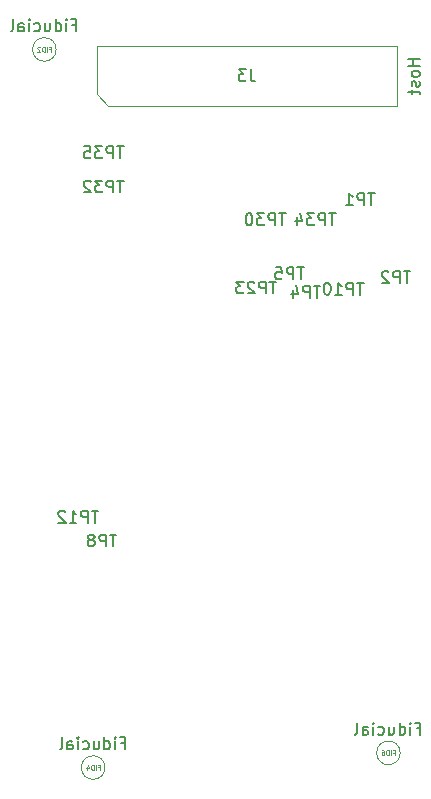
<source format=gbr>
G04 #@! TF.GenerationSoftware,KiCad,Pcbnew,(5.1.10)-1*
G04 #@! TF.CreationDate,2021-11-22T18:42:53+05:30*
G04 #@! TF.ProjectId,P-1000072_Cicada Wi-Fi,502d3130-3030-4303-9732-5f4369636164,0.1*
G04 #@! TF.SameCoordinates,PX7cee6c0PY3dfd240*
G04 #@! TF.FileFunction,Other,Fab,Bot*
%FSLAX46Y46*%
G04 Gerber Fmt 4.6, Leading zero omitted, Abs format (unit mm)*
G04 Created by KiCad (PCBNEW (5.1.10)-1) date 2021-11-22 18:42:53*
%MOMM*%
%LPD*%
G01*
G04 APERTURE LIST*
%ADD10C,0.100000*%
%ADD11C,0.150000*%
%ADD12C,0.060000*%
G04 APERTURE END LIST*
D10*
X-12674600Y2514600D02*
X-12674600Y-1565400D01*
X-12674600Y-1565400D02*
X-11674600Y-2565400D01*
X-11674600Y-2565400D02*
X12725400Y-2565400D01*
X12725400Y-2565400D02*
X12725400Y2514600D01*
X12725400Y2514600D02*
X-12674600Y2514600D01*
X13031980Y-57343040D02*
G75*
G03*
X13031980Y-57343040I-1000000J0D01*
G01*
X-11964160Y-58587640D02*
G75*
G03*
X-11964160Y-58587640I-1000000J0D01*
G01*
X-16096740Y2212340D02*
G75*
G03*
X-16096740Y2212340I-1000000J0D01*
G01*
D11*
X9942295Y-17556500D02*
X9370866Y-17556500D01*
X9656580Y-18556500D02*
X9656580Y-17556500D01*
X9037533Y-18556500D02*
X9037533Y-17556500D01*
X8656580Y-17556500D01*
X8561342Y-17604120D01*
X8513723Y-17651739D01*
X8466104Y-17746977D01*
X8466104Y-17889834D01*
X8513723Y-17985072D01*
X8561342Y-18032691D01*
X8656580Y-18080310D01*
X9037533Y-18080310D01*
X7513723Y-18556500D02*
X8085152Y-18556500D01*
X7799438Y-18556500D02*
X7799438Y-17556500D01*
X7894676Y-17699358D01*
X7989914Y-17794596D01*
X8085152Y-17842215D01*
X6894676Y-17556500D02*
X6799438Y-17556500D01*
X6704200Y-17604120D01*
X6656580Y-17651739D01*
X6608961Y-17746977D01*
X6561342Y-17937453D01*
X6561342Y-18175548D01*
X6608961Y-18366024D01*
X6656580Y-18461262D01*
X6704200Y-18508881D01*
X6799438Y-18556500D01*
X6894676Y-18556500D01*
X6989914Y-18508881D01*
X7037533Y-18461262D01*
X7085152Y-18366024D01*
X7132771Y-18175548D01*
X7132771Y-17937453D01*
X7085152Y-17746977D01*
X7037533Y-17651739D01*
X6989914Y-17604120D01*
X6894676Y-17556500D01*
X14677780Y1403172D02*
X13677780Y1403172D01*
X14153971Y1403172D02*
X14153971Y831743D01*
X14677780Y831743D02*
X13677780Y831743D01*
X14677780Y212696D02*
X14630161Y307934D01*
X14582542Y355553D01*
X14487304Y403172D01*
X14201590Y403172D01*
X14106352Y355553D01*
X14058733Y307934D01*
X14011114Y212696D01*
X14011114Y69839D01*
X14058733Y-25400D01*
X14106352Y-73019D01*
X14201590Y-120638D01*
X14487304Y-120638D01*
X14582542Y-73019D01*
X14630161Y-25400D01*
X14677780Y69839D01*
X14677780Y212696D01*
X14630161Y-501590D02*
X14677780Y-596828D01*
X14677780Y-787304D01*
X14630161Y-882542D01*
X14534923Y-930161D01*
X14487304Y-930161D01*
X14392066Y-882542D01*
X14344447Y-787304D01*
X14344447Y-644447D01*
X14296828Y-549209D01*
X14201590Y-501590D01*
X14153971Y-501590D01*
X14058733Y-549209D01*
X14011114Y-644447D01*
X14011114Y-787304D01*
X14058733Y-882542D01*
X14011114Y-1215876D02*
X14011114Y-1596828D01*
X13677780Y-1358733D02*
X14534923Y-1358733D01*
X14630161Y-1406352D01*
X14677780Y-1501590D01*
X14677780Y-1596828D01*
X358733Y522220D02*
X358733Y-192066D01*
X406352Y-334923D01*
X501590Y-430161D01*
X644447Y-477780D01*
X739685Y-477780D01*
X-22220Y522220D02*
X-641267Y522220D01*
X-307934Y141267D01*
X-450791Y141267D01*
X-546029Y93648D01*
X-593648Y46029D01*
X-641267Y-49209D01*
X-641267Y-287304D01*
X-593648Y-382542D01*
X-546029Y-430161D01*
X-450791Y-477780D01*
X-165077Y-477780D01*
X-69839Y-430161D01*
X-22220Y-382542D01*
X6270784Y-17790180D02*
X5699356Y-17790180D01*
X5985070Y-18790180D02*
X5985070Y-17790180D01*
X5366022Y-18790180D02*
X5366022Y-17790180D01*
X4985070Y-17790180D01*
X4889832Y-17837800D01*
X4842213Y-17885419D01*
X4794594Y-17980657D01*
X4794594Y-18123514D01*
X4842213Y-18218752D01*
X4889832Y-18266371D01*
X4985070Y-18313990D01*
X5366022Y-18313990D01*
X3937451Y-18123514D02*
X3937451Y-18790180D01*
X4175546Y-17742561D02*
X4413641Y-18456847D01*
X3794594Y-18456847D01*
X4883944Y-16240780D02*
X4312516Y-16240780D01*
X4598230Y-17240780D02*
X4598230Y-16240780D01*
X3979182Y-17240780D02*
X3979182Y-16240780D01*
X3598230Y-16240780D01*
X3502992Y-16288400D01*
X3455373Y-16336019D01*
X3407754Y-16431257D01*
X3407754Y-16574114D01*
X3455373Y-16669352D01*
X3502992Y-16716971D01*
X3598230Y-16764590D01*
X3979182Y-16764590D01*
X2502992Y-16240780D02*
X2979182Y-16240780D01*
X3026801Y-16716971D01*
X2979182Y-16669352D01*
X2883944Y-16621733D01*
X2645849Y-16621733D01*
X2550611Y-16669352D01*
X2502992Y-16716971D01*
X2455373Y-16812209D01*
X2455373Y-17050304D01*
X2502992Y-17145542D01*
X2550611Y-17193161D01*
X2645849Y-17240780D01*
X2883944Y-17240780D01*
X2979182Y-17193161D01*
X3026801Y-17145542D01*
X-10993596Y-38856940D02*
X-11565024Y-38856940D01*
X-11279310Y-39856940D02*
X-11279310Y-38856940D01*
X-11898358Y-39856940D02*
X-11898358Y-38856940D01*
X-12279310Y-38856940D01*
X-12374548Y-38904560D01*
X-12422167Y-38952179D01*
X-12469786Y-39047417D01*
X-12469786Y-39190274D01*
X-12422167Y-39285512D01*
X-12374548Y-39333131D01*
X-12279310Y-39380750D01*
X-11898358Y-39380750D01*
X-13041215Y-39285512D02*
X-12945977Y-39237893D01*
X-12898358Y-39190274D01*
X-12850739Y-39095036D01*
X-12850739Y-39047417D01*
X-12898358Y-38952179D01*
X-12945977Y-38904560D01*
X-13041215Y-38856940D01*
X-13231691Y-38856940D01*
X-13326929Y-38904560D01*
X-13374548Y-38952179D01*
X-13422167Y-39047417D01*
X-13422167Y-39095036D01*
X-13374548Y-39190274D01*
X-13326929Y-39237893D01*
X-13231691Y-39285512D01*
X-13041215Y-39285512D01*
X-12945977Y-39333131D01*
X-12898358Y-39380750D01*
X-12850739Y-39475988D01*
X-12850739Y-39666464D01*
X-12898358Y-39761702D01*
X-12945977Y-39809321D01*
X-13041215Y-39856940D01*
X-13231691Y-39856940D01*
X-13326929Y-39809321D01*
X-13374548Y-39761702D01*
X-13422167Y-39666464D01*
X-13422167Y-39475988D01*
X-13374548Y-39380750D01*
X-13326929Y-39333131D01*
X-13231691Y-39285512D01*
X2535655Y-17449820D02*
X1964226Y-17449820D01*
X2249940Y-18449820D02*
X2249940Y-17449820D01*
X1630893Y-18449820D02*
X1630893Y-17449820D01*
X1249940Y-17449820D01*
X1154702Y-17497440D01*
X1107083Y-17545059D01*
X1059464Y-17640297D01*
X1059464Y-17783154D01*
X1107083Y-17878392D01*
X1154702Y-17926011D01*
X1249940Y-17973630D01*
X1630893Y-17973630D01*
X678512Y-17545059D02*
X630893Y-17497440D01*
X535655Y-17449820D01*
X297560Y-17449820D01*
X202321Y-17497440D01*
X154702Y-17545059D01*
X107083Y-17640297D01*
X107083Y-17735535D01*
X154702Y-17878392D01*
X726131Y-18449820D01*
X107083Y-18449820D01*
X-226250Y-17449820D02*
X-845298Y-17449820D01*
X-511964Y-17830773D01*
X-654821Y-17830773D01*
X-750060Y-17878392D01*
X-797679Y-17926011D01*
X-845298Y-18021249D01*
X-845298Y-18259344D01*
X-797679Y-18354582D01*
X-750060Y-18402201D01*
X-654821Y-18449820D01*
X-369107Y-18449820D01*
X-273869Y-18402201D01*
X-226250Y-18354582D01*
X-12531625Y-36847800D02*
X-13103054Y-36847800D01*
X-12817340Y-37847800D02*
X-12817340Y-36847800D01*
X-13436387Y-37847800D02*
X-13436387Y-36847800D01*
X-13817340Y-36847800D01*
X-13912578Y-36895420D01*
X-13960197Y-36943039D01*
X-14007816Y-37038277D01*
X-14007816Y-37181134D01*
X-13960197Y-37276372D01*
X-13912578Y-37323991D01*
X-13817340Y-37371610D01*
X-13436387Y-37371610D01*
X-14960197Y-37847800D02*
X-14388768Y-37847800D01*
X-14674482Y-37847800D02*
X-14674482Y-36847800D01*
X-14579244Y-36990658D01*
X-14484006Y-37085896D01*
X-14388768Y-37133515D01*
X-15341149Y-36943039D02*
X-15388768Y-36895420D01*
X-15484006Y-36847800D01*
X-15722101Y-36847800D01*
X-15817340Y-36895420D01*
X-15864959Y-36943039D01*
X-15912578Y-37038277D01*
X-15912578Y-37133515D01*
X-15864959Y-37276372D01*
X-15293530Y-37847800D01*
X-15912578Y-37847800D01*
X7558095Y-11672380D02*
X6986666Y-11672380D01*
X7272380Y-12672380D02*
X7272380Y-11672380D01*
X6653333Y-12672380D02*
X6653333Y-11672380D01*
X6272380Y-11672380D01*
X6177142Y-11720000D01*
X6129523Y-11767619D01*
X6081904Y-11862857D01*
X6081904Y-12005714D01*
X6129523Y-12100952D01*
X6177142Y-12148571D01*
X6272380Y-12196190D01*
X6653333Y-12196190D01*
X5748571Y-11672380D02*
X5129523Y-11672380D01*
X5462857Y-12053333D01*
X5320000Y-12053333D01*
X5224761Y-12100952D01*
X5177142Y-12148571D01*
X5129523Y-12243809D01*
X5129523Y-12481904D01*
X5177142Y-12577142D01*
X5224761Y-12624761D01*
X5320000Y-12672380D01*
X5605714Y-12672380D01*
X5700952Y-12624761D01*
X5748571Y-12577142D01*
X4272380Y-12005714D02*
X4272380Y-12672380D01*
X4510476Y-11624761D02*
X4748571Y-12339047D01*
X4129523Y-12339047D01*
X3328095Y-11672380D02*
X2756666Y-11672380D01*
X3042380Y-12672380D02*
X3042380Y-11672380D01*
X2423333Y-12672380D02*
X2423333Y-11672380D01*
X2042380Y-11672380D01*
X1947142Y-11720000D01*
X1899523Y-11767619D01*
X1851904Y-11862857D01*
X1851904Y-12005714D01*
X1899523Y-12100952D01*
X1947142Y-12148571D01*
X2042380Y-12196190D01*
X2423333Y-12196190D01*
X1518571Y-11672380D02*
X899523Y-11672380D01*
X1232857Y-12053333D01*
X1090000Y-12053333D01*
X994761Y-12100952D01*
X947142Y-12148571D01*
X899523Y-12243809D01*
X899523Y-12481904D01*
X947142Y-12577142D01*
X994761Y-12624761D01*
X1090000Y-12672380D01*
X1375714Y-12672380D01*
X1470952Y-12624761D01*
X1518571Y-12577142D01*
X280476Y-11672380D02*
X185238Y-11672380D01*
X90000Y-11720000D01*
X42380Y-11767619D01*
X-5239Y-11862857D01*
X-52858Y-12053333D01*
X-52858Y-12291428D01*
X-5239Y-12481904D01*
X42380Y-12577142D01*
X90000Y-12624761D01*
X185238Y-12672380D01*
X280476Y-12672380D01*
X375714Y-12624761D01*
X423333Y-12577142D01*
X470952Y-12481904D01*
X518571Y-12291428D01*
X518571Y-12053333D01*
X470952Y-11862857D01*
X423333Y-11767619D01*
X375714Y-11720000D01*
X280476Y-11672380D01*
X-10391905Y-6002380D02*
X-10963334Y-6002380D01*
X-10677620Y-7002380D02*
X-10677620Y-6002380D01*
X-11296667Y-7002380D02*
X-11296667Y-6002380D01*
X-11677620Y-6002380D01*
X-11772858Y-6050000D01*
X-11820477Y-6097619D01*
X-11868096Y-6192857D01*
X-11868096Y-6335714D01*
X-11820477Y-6430952D01*
X-11772858Y-6478571D01*
X-11677620Y-6526190D01*
X-11296667Y-6526190D01*
X-12201429Y-6002380D02*
X-12820477Y-6002380D01*
X-12487143Y-6383333D01*
X-12630000Y-6383333D01*
X-12725239Y-6430952D01*
X-12772858Y-6478571D01*
X-12820477Y-6573809D01*
X-12820477Y-6811904D01*
X-12772858Y-6907142D01*
X-12725239Y-6954761D01*
X-12630000Y-7002380D01*
X-12344286Y-7002380D01*
X-12249048Y-6954761D01*
X-12201429Y-6907142D01*
X-13725239Y-6002380D02*
X-13249048Y-6002380D01*
X-13201429Y-6478571D01*
X-13249048Y-6430952D01*
X-13344286Y-6383333D01*
X-13582381Y-6383333D01*
X-13677620Y-6430952D01*
X-13725239Y-6478571D01*
X-13772858Y-6573809D01*
X-13772858Y-6811904D01*
X-13725239Y-6907142D01*
X-13677620Y-6954761D01*
X-13582381Y-7002380D01*
X-13344286Y-7002380D01*
X-13249048Y-6954761D01*
X-13201429Y-6907142D01*
X-10371905Y-8892380D02*
X-10943334Y-8892380D01*
X-10657620Y-9892380D02*
X-10657620Y-8892380D01*
X-11276667Y-9892380D02*
X-11276667Y-8892380D01*
X-11657620Y-8892380D01*
X-11752858Y-8940000D01*
X-11800477Y-8987619D01*
X-11848096Y-9082857D01*
X-11848096Y-9225714D01*
X-11800477Y-9320952D01*
X-11752858Y-9368571D01*
X-11657620Y-9416190D01*
X-11276667Y-9416190D01*
X-12181429Y-8892380D02*
X-12800477Y-8892380D01*
X-12467143Y-9273333D01*
X-12610000Y-9273333D01*
X-12705239Y-9320952D01*
X-12752858Y-9368571D01*
X-12800477Y-9463809D01*
X-12800477Y-9701904D01*
X-12752858Y-9797142D01*
X-12705239Y-9844761D01*
X-12610000Y-9892380D01*
X-12324286Y-9892380D01*
X-12229048Y-9844761D01*
X-12181429Y-9797142D01*
X-13181429Y-8987619D02*
X-13229048Y-8940000D01*
X-13324286Y-8892380D01*
X-13562381Y-8892380D01*
X-13657620Y-8940000D01*
X-13705239Y-8987619D01*
X-13752858Y-9082857D01*
X-13752858Y-9178095D01*
X-13705239Y-9320952D01*
X-13133810Y-9892380D01*
X-13752858Y-9892380D01*
X13891904Y-16562380D02*
X13320476Y-16562380D01*
X13606190Y-17562380D02*
X13606190Y-16562380D01*
X12987142Y-17562380D02*
X12987142Y-16562380D01*
X12606190Y-16562380D01*
X12510952Y-16610000D01*
X12463333Y-16657619D01*
X12415714Y-16752857D01*
X12415714Y-16895714D01*
X12463333Y-16990952D01*
X12510952Y-17038571D01*
X12606190Y-17086190D01*
X12987142Y-17086190D01*
X12034761Y-16657619D02*
X11987142Y-16610000D01*
X11891904Y-16562380D01*
X11653809Y-16562380D01*
X11558571Y-16610000D01*
X11510952Y-16657619D01*
X11463333Y-16752857D01*
X11463333Y-16848095D01*
X11510952Y-16990952D01*
X12082380Y-17562380D01*
X11463333Y-17562380D01*
X10861904Y-9972380D02*
X10290476Y-9972380D01*
X10576190Y-10972380D02*
X10576190Y-9972380D01*
X9957142Y-10972380D02*
X9957142Y-9972380D01*
X9576190Y-9972380D01*
X9480952Y-10020000D01*
X9433333Y-10067619D01*
X9385714Y-10162857D01*
X9385714Y-10305714D01*
X9433333Y-10400952D01*
X9480952Y-10448571D01*
X9576190Y-10496190D01*
X9957142Y-10496190D01*
X8433333Y-10972380D02*
X9004761Y-10972380D01*
X8719047Y-10972380D02*
X8719047Y-9972380D01*
X8814285Y-10115238D01*
X8909523Y-10210476D01*
X9004761Y-10258095D01*
X14412932Y-55271611D02*
X14746265Y-55271611D01*
X14746265Y-55795420D02*
X14746265Y-54795420D01*
X14270075Y-54795420D01*
X13889122Y-55795420D02*
X13889122Y-55128754D01*
X13889122Y-54795420D02*
X13936741Y-54843040D01*
X13889122Y-54890659D01*
X13841503Y-54843040D01*
X13889122Y-54795420D01*
X13889122Y-54890659D01*
X12984360Y-55795420D02*
X12984360Y-54795420D01*
X12984360Y-55747801D02*
X13079599Y-55795420D01*
X13270075Y-55795420D01*
X13365313Y-55747801D01*
X13412932Y-55700182D01*
X13460551Y-55604944D01*
X13460551Y-55319230D01*
X13412932Y-55223992D01*
X13365313Y-55176373D01*
X13270075Y-55128754D01*
X13079599Y-55128754D01*
X12984360Y-55176373D01*
X12079599Y-55128754D02*
X12079599Y-55795420D01*
X12508170Y-55128754D02*
X12508170Y-55652563D01*
X12460551Y-55747801D01*
X12365313Y-55795420D01*
X12222456Y-55795420D01*
X12127218Y-55747801D01*
X12079599Y-55700182D01*
X11174837Y-55747801D02*
X11270075Y-55795420D01*
X11460551Y-55795420D01*
X11555789Y-55747801D01*
X11603408Y-55700182D01*
X11651027Y-55604944D01*
X11651027Y-55319230D01*
X11603408Y-55223992D01*
X11555789Y-55176373D01*
X11460551Y-55128754D01*
X11270075Y-55128754D01*
X11174837Y-55176373D01*
X10746265Y-55795420D02*
X10746265Y-55128754D01*
X10746265Y-54795420D02*
X10793884Y-54843040D01*
X10746265Y-54890659D01*
X10698646Y-54843040D01*
X10746265Y-54795420D01*
X10746265Y-54890659D01*
X9841503Y-55795420D02*
X9841503Y-55271611D01*
X9889122Y-55176373D01*
X9984360Y-55128754D01*
X10174837Y-55128754D01*
X10270075Y-55176373D01*
X9841503Y-55747801D02*
X9936741Y-55795420D01*
X10174837Y-55795420D01*
X10270075Y-55747801D01*
X10317694Y-55652563D01*
X10317694Y-55557325D01*
X10270075Y-55462087D01*
X10174837Y-55414468D01*
X9936741Y-55414468D01*
X9841503Y-55366849D01*
X9222456Y-55795420D02*
X9317694Y-55747801D01*
X9365313Y-55652563D01*
X9365313Y-54795420D01*
D12*
X12460551Y-57314468D02*
X12593884Y-57314468D01*
X12593884Y-57523992D02*
X12593884Y-57123992D01*
X12403408Y-57123992D01*
X12251027Y-57523992D02*
X12251027Y-57123992D01*
X12060551Y-57523992D02*
X12060551Y-57123992D01*
X11965313Y-57123992D01*
X11908170Y-57143040D01*
X11870075Y-57181135D01*
X11851027Y-57219230D01*
X11831980Y-57295420D01*
X11831980Y-57352563D01*
X11851027Y-57428754D01*
X11870075Y-57466849D01*
X11908170Y-57504944D01*
X11965313Y-57523992D01*
X12060551Y-57523992D01*
X11489122Y-57123992D02*
X11565313Y-57123992D01*
X11603408Y-57143040D01*
X11622456Y-57162087D01*
X11660551Y-57219230D01*
X11679599Y-57295420D01*
X11679599Y-57447801D01*
X11660551Y-57485897D01*
X11641503Y-57504944D01*
X11603408Y-57523992D01*
X11527218Y-57523992D01*
X11489122Y-57504944D01*
X11470075Y-57485897D01*
X11451027Y-57447801D01*
X11451027Y-57352563D01*
X11470075Y-57314468D01*
X11489122Y-57295420D01*
X11527218Y-57276373D01*
X11603408Y-57276373D01*
X11641503Y-57295420D01*
X11660551Y-57314468D01*
X11679599Y-57352563D01*
D11*
X-10583208Y-56516211D02*
X-10249875Y-56516211D01*
X-10249875Y-57040020D02*
X-10249875Y-56040020D01*
X-10726065Y-56040020D01*
X-11107018Y-57040020D02*
X-11107018Y-56373354D01*
X-11107018Y-56040020D02*
X-11059399Y-56087640D01*
X-11107018Y-56135259D01*
X-11154637Y-56087640D01*
X-11107018Y-56040020D01*
X-11107018Y-56135259D01*
X-12011780Y-57040020D02*
X-12011780Y-56040020D01*
X-12011780Y-56992401D02*
X-11916541Y-57040020D01*
X-11726065Y-57040020D01*
X-11630827Y-56992401D01*
X-11583208Y-56944782D01*
X-11535589Y-56849544D01*
X-11535589Y-56563830D01*
X-11583208Y-56468592D01*
X-11630827Y-56420973D01*
X-11726065Y-56373354D01*
X-11916541Y-56373354D01*
X-12011780Y-56420973D01*
X-12916541Y-56373354D02*
X-12916541Y-57040020D01*
X-12487970Y-56373354D02*
X-12487970Y-56897163D01*
X-12535589Y-56992401D01*
X-12630827Y-57040020D01*
X-12773684Y-57040020D01*
X-12868922Y-56992401D01*
X-12916541Y-56944782D01*
X-13821303Y-56992401D02*
X-13726065Y-57040020D01*
X-13535589Y-57040020D01*
X-13440351Y-56992401D01*
X-13392732Y-56944782D01*
X-13345113Y-56849544D01*
X-13345113Y-56563830D01*
X-13392732Y-56468592D01*
X-13440351Y-56420973D01*
X-13535589Y-56373354D01*
X-13726065Y-56373354D01*
X-13821303Y-56420973D01*
X-14249875Y-57040020D02*
X-14249875Y-56373354D01*
X-14249875Y-56040020D02*
X-14202256Y-56087640D01*
X-14249875Y-56135259D01*
X-14297494Y-56087640D01*
X-14249875Y-56040020D01*
X-14249875Y-56135259D01*
X-15154637Y-57040020D02*
X-15154637Y-56516211D01*
X-15107018Y-56420973D01*
X-15011780Y-56373354D01*
X-14821303Y-56373354D01*
X-14726065Y-56420973D01*
X-15154637Y-56992401D02*
X-15059399Y-57040020D01*
X-14821303Y-57040020D01*
X-14726065Y-56992401D01*
X-14678446Y-56897163D01*
X-14678446Y-56801925D01*
X-14726065Y-56706687D01*
X-14821303Y-56659068D01*
X-15059399Y-56659068D01*
X-15154637Y-56611449D01*
X-15773684Y-57040020D02*
X-15678446Y-56992401D01*
X-15630827Y-56897163D01*
X-15630827Y-56040020D01*
D12*
X-12535589Y-58559068D02*
X-12402256Y-58559068D01*
X-12402256Y-58768592D02*
X-12402256Y-58368592D01*
X-12592732Y-58368592D01*
X-12745113Y-58768592D02*
X-12745113Y-58368592D01*
X-12935589Y-58768592D02*
X-12935589Y-58368592D01*
X-13030827Y-58368592D01*
X-13087970Y-58387640D01*
X-13126065Y-58425735D01*
X-13145113Y-58463830D01*
X-13164160Y-58540020D01*
X-13164160Y-58597163D01*
X-13145113Y-58673354D01*
X-13126065Y-58711449D01*
X-13087970Y-58749544D01*
X-13030827Y-58768592D01*
X-12935589Y-58768592D01*
X-13507018Y-58501925D02*
X-13507018Y-58768592D01*
X-13411780Y-58349544D02*
X-13316541Y-58635259D01*
X-13564160Y-58635259D01*
D11*
X-14715788Y4283769D02*
X-14382455Y4283769D01*
X-14382455Y3759960D02*
X-14382455Y4759960D01*
X-14858645Y4759960D01*
X-15239598Y3759960D02*
X-15239598Y4426626D01*
X-15239598Y4759960D02*
X-15191979Y4712340D01*
X-15239598Y4664721D01*
X-15287217Y4712340D01*
X-15239598Y4759960D01*
X-15239598Y4664721D01*
X-16144360Y3759960D02*
X-16144360Y4759960D01*
X-16144360Y3807579D02*
X-16049121Y3759960D01*
X-15858645Y3759960D01*
X-15763407Y3807579D01*
X-15715788Y3855198D01*
X-15668169Y3950436D01*
X-15668169Y4236150D01*
X-15715788Y4331388D01*
X-15763407Y4379007D01*
X-15858645Y4426626D01*
X-16049121Y4426626D01*
X-16144360Y4379007D01*
X-17049121Y4426626D02*
X-17049121Y3759960D01*
X-16620550Y4426626D02*
X-16620550Y3902817D01*
X-16668169Y3807579D01*
X-16763407Y3759960D01*
X-16906264Y3759960D01*
X-17001502Y3807579D01*
X-17049121Y3855198D01*
X-17953883Y3807579D02*
X-17858645Y3759960D01*
X-17668169Y3759960D01*
X-17572931Y3807579D01*
X-17525312Y3855198D01*
X-17477693Y3950436D01*
X-17477693Y4236150D01*
X-17525312Y4331388D01*
X-17572931Y4379007D01*
X-17668169Y4426626D01*
X-17858645Y4426626D01*
X-17953883Y4379007D01*
X-18382455Y3759960D02*
X-18382455Y4426626D01*
X-18382455Y4759960D02*
X-18334836Y4712340D01*
X-18382455Y4664721D01*
X-18430074Y4712340D01*
X-18382455Y4759960D01*
X-18382455Y4664721D01*
X-19287217Y3759960D02*
X-19287217Y4283769D01*
X-19239598Y4379007D01*
X-19144360Y4426626D01*
X-18953883Y4426626D01*
X-18858645Y4379007D01*
X-19287217Y3807579D02*
X-19191979Y3759960D01*
X-18953883Y3759960D01*
X-18858645Y3807579D01*
X-18811026Y3902817D01*
X-18811026Y3998055D01*
X-18858645Y4093293D01*
X-18953883Y4140912D01*
X-19191979Y4140912D01*
X-19287217Y4188531D01*
X-19906264Y3759960D02*
X-19811026Y3807579D01*
X-19763407Y3902817D01*
X-19763407Y4759960D01*
D12*
X-16668169Y2240912D02*
X-16534836Y2240912D01*
X-16534836Y2031388D02*
X-16534836Y2431388D01*
X-16725312Y2431388D01*
X-16877693Y2031388D02*
X-16877693Y2431388D01*
X-17068169Y2031388D02*
X-17068169Y2431388D01*
X-17163407Y2431388D01*
X-17220550Y2412340D01*
X-17258645Y2374245D01*
X-17277693Y2336150D01*
X-17296740Y2259960D01*
X-17296740Y2202817D01*
X-17277693Y2126626D01*
X-17258645Y2088531D01*
X-17220550Y2050436D01*
X-17163407Y2031388D01*
X-17068169Y2031388D01*
X-17449121Y2393293D02*
X-17468169Y2412340D01*
X-17506264Y2431388D01*
X-17601502Y2431388D01*
X-17639598Y2412340D01*
X-17658645Y2393293D01*
X-17677693Y2355198D01*
X-17677693Y2317102D01*
X-17658645Y2259960D01*
X-17430074Y2031388D01*
X-17677693Y2031388D01*
M02*

</source>
